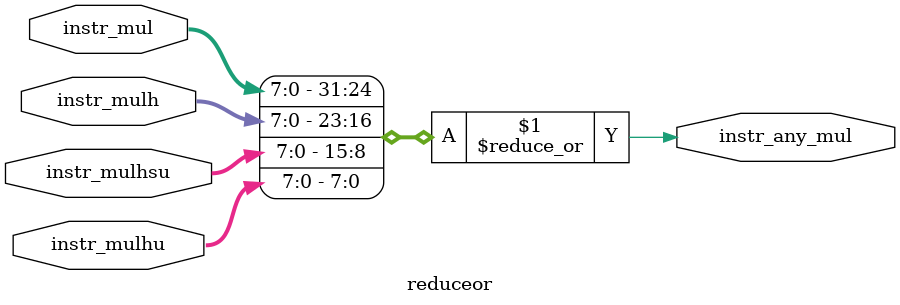
<source format=v>
module reduceor (
	input [7:0] instr_mul, instr_mulh, instr_mulhsu, instr_mulhu,
        output instr_any_mul
);
	assign instr_any_mul = |{instr_mul, instr_mulh, instr_mulhsu, instr_mulhu};
endmodule // picorv32_pcpi_mul

</source>
